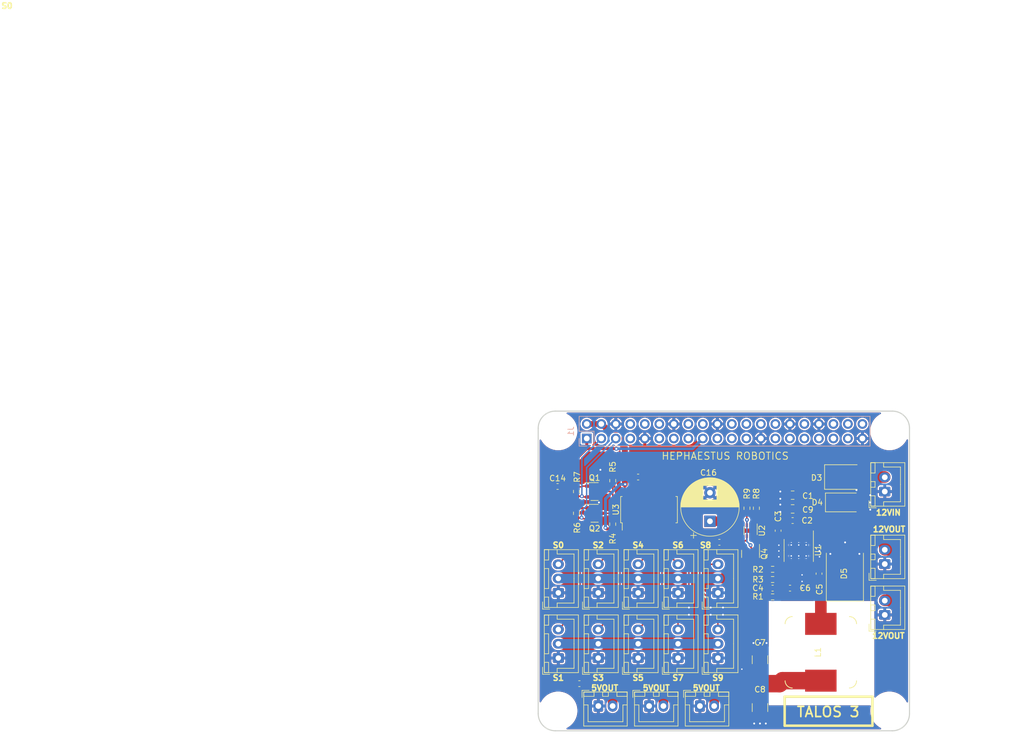
<source format=kicad_pcb>
(kicad_pcb (version 20211014) (generator pcbnew)
  (layers (0 "F.Cu" signal) (31 "B.Cu" signal) (34 "B.Paste" user) (35 "F.Paste" user) (36 "B.SilkS" user "B.Silkscreen") (37 "F.SilkS" user "F.Silkscreen") (38 "B.Mask" user) (39 "F.Mask" user) (44 "Edge.Cuts" user))
  (net 0 "")
  (net 1 "Net-(R2-Pad2)")
  (net 2 "GNDD")
  (net 3 "Net-(C4-Pad1)")
  (net 4 "Net-(C5-Pad2)")
  (net 5 "Net-(C3-Pad1)")
  (net 6 "Net-(C4-Pad2)")
  (net 7 "Net-(C5-Pad1)")
  (net 8 "+12V")
  (net 9 "+12P")
  (net 10 "+3.3V")
  (net 11 "5VPi")
  (net 45 "PWM1")
  (net 46 "PWM0")
  (net 47 "PWM2")
  (net 48 "PWM6")
  (net 49 "PWM3")
  (net 50 "PWM4")
  (net 51 "PWM5")
  (net 52 "PWM7")
  (net 53 "PWM8")
  (net 54 "PWM9")
  (net 55 "LV_SDA")
  (net 56 "LV_SCL")
  (net 57 "SCL")
  (net 58 "SDA")
  (net 59 "SERVO")
  (net 60 "+5V")
  (net 61 "Net-(Q4-Pad1)")
  (net 62 "Net-(R8-Pad2)")
  (footprint "Diode_SMD:D_SMC" (layer "F.Cu") (at 146.685 99.476942 90)
    (fp_text reference "D5")
    (fp_text value "CDBC540-G")
  )
  (footprint "Resistor_SMD:R_0603_1608Metric" (layer "F.Cu") (at 134.035081 98.714942)
    (fp_text reference "R2")
    (fp_text value "1k87 1%")
  )
  (footprint "Resistor_SMD:R_0603_1608Metric" (layer "F.Cu") (at 134.035081 100.492942)
    (fp_text reference "R3")
    (fp_text value "10k2/1%")
  )
  (footprint "Capacitor_SMD:C_0603_1608Metric" (layer "F.Cu") (at 134.035081 102.016942)
    (fp_text reference "C4")
    (fp_text value "1n")
  )
  (footprint "Capacitor_SMD:C_0603_1608Metric" (layer "F.Cu") (at 135.001 91.948 90)
    (fp_text reference "C3")
    (fp_text value "10n")
  )
  (footprint "Resistor_SMD:R_0603_1608Metric" (layer "F.Cu") (at 134.035081 103.540942 180)
    (fp_text reference "R1")
    (fp_text value "43k2")
  )
  (footprint "Capacitor_SMD:C_0603_1608Metric" (layer "F.Cu") (at 137.083081 102.016942 180)
    (fp_text reference "C6")
    (fp_text value "12p")
  )
  (footprint "Package_SO:HSOP-8-1EP_3.9x4.9mm_P1.27mm_EP2.41x3.1mm_ThermalVias" (layer "F.Cu") (at 138.607081 95.412942 -90)
    (fp_text reference "U1")
    (fp_text value "TPS54xxxDDA")
  )
  (footprint "Capacitor_SMD:C_0603_1608Metric" (layer "F.Cu") (at 137.541 90.17 180)
    (fp_text reference "C2")
    (fp_text value "100n")
  )
  (footprint "Capacitor_SMD:C_0603_1608Metric" (layer "F.Cu") (at 142.163081 99.476942 90)
    (fp_text reference "C5")
    (fp_text value "100n")
  )
  (footprint "Connector_JST:JST_XH_B2B-XH-A_1x02_P2.50mm_Vertical" (layer "F.Cu") (at 103.525 122.665)
    (fp_text reference "J5" hide)
    (fp_text value "Conn_01x02_Male")
  )
  (footprint "Connector_JST:JST_XH_B2B-XH-A_1x02_P2.50mm_Vertical" (layer "F.Cu") (at 112.415 122.665)
    (fp_text reference "J4" hide)
    (fp_text value "Conn_01x02_Male")
  )
  (footprint "MyKiCAD:DR127" (layer "F.Cu") (at 142.477942 113.25 -90)
    (fp_text reference "L1")
    (fp_text value "4.7uH")
  )
  (footprint "Capacitor_SMD:C_1210_3225Metric" (layer "F.Cu") (at 131.826 122.936 90)
    (fp_text reference "C8")
    (fp_text value "47uF 6.3V")
  )
  (footprint "Capacitor_SMD:C_1210_3225Metric" (layer "F.Cu") (at 131.826 114.554 -90)
    (fp_text reference "C7")
    (fp_text value "47uF 6.3V")
  )
  (footprint "Capacitor_SMD:C_0603_1608Metric" (layer "F.Cu") (at 100.203 118.745 180)
    (fp_text reference "C10" hide)
    (fp_text value "100n")
  )
  (footprint "Capacitor_SMD:C_0805_2012Metric" (layer "F.Cu") (at 137.541 88.138 180)
    (fp_text reference "C9")
    (fp_text value "10uF/25V")
  )
  (footprint "Diode_SMD:D_SMA" (layer "F.Cu") (at 146.685 86.995)
    (fp_text reference "D4")
    (fp_text value "TPSMA6L16A")
  )
  (footprint "Diode_SMD:D_SMB" (layer "F.Cu") (at 146.685 82.55)
    (fp_text reference "D3")
    (fp_text value "S3JB")
  )
  (footprint "Capacitor_SMD:C_0805_2012Metric" (layer "F.Cu") (at 137.541 85.725 180)
    (fp_text reference "C1")
    (fp_text value "10uF/25V")
  )
  (footprint "MyKiCAD:Raspberry Pi Stackable" (layer "F.Cu") (at 135.4946 98.9948)
    (fp_text reference "REF**" hide)
    (fp_text value "Raspberry Pi Stackable")
  )
  (footprint "Connector_JST:JST_XH_B3B-XH-A_1x03_P2.50mm_Vertical" (layer "F.Cu") (at 96.52 102.83 90)
    (fp_text reference "J3" hide)
    (fp_text value "Conn_01x03_Male")
  )
  (footprint "Capacitor_SMD:C_0603_1608Metric" (layer "F.Cu") (at 110.49 82.55)
    (fp_text reference "C12" hide)
    (fp_text value "100n")
  )
  (footprint "Resistor_SMD:R_0603_1608Metric" (layer "F.Cu") (at 129.54 88.011 -90)
    (fp_text reference "R9")
    (fp_text value "47k")
  )
  (footprint "Package_SO:TSSOP-28_4.4x9.7mm_P0.65mm" (layer "F.Cu") (at 112.395 88.265 90)
    (fp_text reference "U3")
    (fp_text value "PCA9685PW")
  )
  (footprint "Resistor_SMD:R_0603_1608Metric" (layer "F.Cu") (at 99.695 88.9 90)
    (fp_text reference "R6")
    (fp_text value "10K")
  )
  (footprint "Connector_JST:JST_XH_B3B-XH-A_1x03_P2.50mm_Vertical" (layer "F.Cu") (at 124.46 114.26 90)
    (fp_text reference "J13" hide)
    (fp_text value "Conn_01x03_Male")
  )
  (footprint "Connector_JST:JST_XH_B2B-XH-A_1x02_P2.50mm_Vertical" (layer "F.Cu") (at 153.67 106.7 90)
    (fp_text reference "J15" hide)
    (fp_text value "Conn_01x02_Male")
  )
  (footprint "Resistor_SMD:R_0603_1608Metric" (layer "F.Cu") (at 106.045 83.185 90)
    (fp_text reference "R5")
    (fp_text value "10K")
  )
  (footprint "Capacitor_THT:CP_Radial_D10.0mm_P5.00mm" (layer "F.Cu") (at 123.063 90.297 90)
    (fp_text reference "C16")
    (fp_text value "330uF")
  )
  (footprint "Connector_JST:JST_XH_B3B-XH-A_1x03_P2.50mm_Vertical" (layer "F.Cu") (at 103.505 114.26 90)
    (fp_text reference "J8" hide)
    (fp_text value "Conn_01x03_Male")
  )
  (footprint "Connector_JST:JST_XH_B3B-XH-A_1x03_P2.50mm_Vertical" (layer "F.Cu") (at 96.52 114.26 90)
    (fp_text reference "J2" hide)
    (fp_text value "Conn_01x03_Male")
  )
  (footprint "Package_TO_SOT_SMD:SOT-23" (layer "F.Cu") (at 130.175 96.012 -90)
    (fp_text reference "Q4")
    (fp_text value "AO3407")
  )
  (footprint "Package_TO_SOT_SMD:SOT-23" (layer "F.Cu") (at 102.87 88.9)
    (fp_text reference "Q2")
    (fp_text value "Si2306")
  )
  (footprint "Connector_JST:JST_XH_B3B-XH-A_1x03_P2.50mm_Vertical" (layer "F.Cu") (at 117.475 102.83 90)
    (fp_text reference "J7" hide)
    (fp_text value "Conn_01x03_Male")
  )
  (footprint "Capacitor_SMD:C_0603_1608Metric" (layer "F.Cu") (at 96.393 84.201)
    (fp_text reference "C14")
    (fp_text value "100n")
  )
  (footprint "Connector_JST:JST_XH_B2B-XH-A_1x02_P2.50mm_Vertical" (layer "F.Cu") (at 153.67 85.09 90)
    (fp_text reference "J14" hide)
    (fp_text value "Conn_01x02_Male")
  )
  (footprint "Package_TO_SOT_SMD:SOT-23" (layer "F.Cu") (at 102.87 85.09)
    (fp_text reference "Q1")
    (fp_text value "SI2306")
  )
  (footprint "Resistor_SMD:R_0603_1608Metric" (layer "F.Cu") (at 106.045 90.805 -90)
    (fp_text reference "R4")
    (fp_text value "10K")
  )
  (footprint "Connector_JST:JST_XH_B2B-XH-A_1x02_P2.50mm_Vertical" (layer "F.Cu") (at 153.67 97.79 90)
    (fp_text reference "J16" hide)
    (fp_text value "Conn_01x02_Male")
  )
  (footprint "Connector_JST:JST_XH_B2B-XH-A_1x02_P2.50mm_Vertical" (layer "F.Cu") (at 121.305 122.665)
    (fp_text reference "J17" hide)
    (fp_text value "Conn_01x02_Male")
  )
  (footprint "Package_TO_SOT_SMD:SOT-363_SC-70-6" (layer "F.Cu") (at 130.175 91.948 -90)
    (fp_text reference "U2")
    (fp_text value "DMMT3906W-7-F")
  )
  (footprint "Resistor_SMD:R_0603_1608Metric" (layer "F.Cu") (at 131.191 88.011 -90)
    (fp_text reference "R8")
    (fp_text value "10K")
  )
  (footprint "Connector_JST:JST_XH_B3B-XH-A_1x03_P2.50mm_Vertical" (layer "F.Cu") (at 124.46 102.83 90)
    (fp_text reference "J12" hide)
    (fp_text value "Conn_01x03_Male")
  )
  (footprint "Resistor_SMD:R_0603_1608Metric" (layer "F.Cu") (at 99.695 85.09 90)
    (fp_text reference "R7")
    (fp_text value "10K")
  )
  (footprint "Connector_JST:JST_XH_B3B-XH-A_1x03_P2.50mm_Vertical" (layer "F.Cu") (at 117.475 114.26 90)
    (fp_text reference "J11" hide)
    (fp_text value "Conn_01x03_Male")
  )
  (footprint "Connector_JST:JST_XH_B3B-XH-A_1x03_P2.50mm_Vertical" (layer "F.Cu") (at 110.49 102.83 90)
    (fp_text reference "J9" hide)
    (fp_text value "Conn_01x03_Male")
  )
  (footprint "Connector_JST:JST_XH_B3B-XH-A_1x03_P2.50mm_Vertical" (layer "F.Cu") (at 103.505 102.83 90)
    (fp_text reference "J6" hide)
    (fp_text value "Conn_01x03_Male")
  )
  (footprint "Connector_JST:JST_XH_B3B-XH-A_1x03_P2.50mm_Vertical" (layer "F.Cu") (at 110.49 114.26 90)
    (fp_text reference "J10" hide)
    (fp_text value "Conn_01x03_Male")
  )
  (footprint "Capacitor_SMD:C_0603_1608Metric" (layer "F.Cu") (at 124.714 93.98)
    (fp_text reference "C15" hide)
    (fp_text value "100n")
  )
  (footprint "Connector_PinSocket_2.54mm:PinSocket_2x20_P2.54mm_Vertical" (layer "B.Cu") (at 101.4984 75.7936 -90)
    (fp_text reference "J1")
    (fp_text value "Raspberry_Pi_2_3")
  )
  (gr_line (start 136.144 121.031) (end 151.511 121.031) (layer "F.SilkS") (width 0.45))
  (gr_line (start 151.511 121.031) (end 151.511 126.111) (layer "F.SilkS") (width 0.45))
  (gr_line (start 136.017 124.079) (end 136.144 124.5) (layer "F.SilkS") (width 0.15))
  (gr_line (start 136.144 126.111) (end 136.144 121.031) (layer "F.SilkS") (width 0.45))
  (gr_line (start 151.511 126.111) (end 136.144 126.111) (layer "F.SilkS") (width 0.45))
  (gr_line locked (start 96 71) (end 155 71) (layer "Edge.Cuts") (width 0.2))
  (gr_line locked (start 93 74) (end 93 124) (layer "Edge.Cuts") (width 0.2))
  (gr_line locked (start 158 74) (end 158 124) (layer "Edge.Cuts") (width 0.2))
  (gr_arc locked (start 96 127) (mid 93.87868 126.12132) (end 93 124) (layer "Edge.Cuts") (width 0.2))
  (gr_line locked (start 96 127) (end 155 127) (layer "Edge.Cuts") (width 0.2))
  (gr_arc locked (start 93 74) (mid 93.87868 71.87868) (end 96 71) (layer "Edge.Cuts") (width 0.2))
  (gr_arc locked (start 155 71) (mid 157.12132 71.87868) (end 158 74) (layer "Edge.Cuts") (width 0.2))
  (gr_arc locked (start 158 124) (mid 157.12132 126.12132) (end 155 127) (layer "Edge.Cuts") (width 0.2))
  (gr_text "5VOUT" (at 104.648 119.507) (layer "F.SilkS") (effects (font (size 1 1) (thickness 0.25))))
  (gr_text "S0" (at 0 0) (layer "F.SilkS") (effects (font (size 1 1) (thickness 0.25))))
  (gr_text "HEPHAESTUS ROBOTICS" (at 125.73 78.867) (layer "F.SilkS") (effects (font (size 1.27 1.27))))
  (gr_text "TALOS 3\n" (at 143.764 123.698) (layer "F.SilkS") (effects (font (size 1.7794 1.7794) (thickness 0.3))))
  (gr_text "S9" (at 124.46 117.729) (layer "F.SilkS") (effects (font (size 1 1) (thickness 0.25))))
  (gr_text "S3" (at 103.505 117.729) (layer "F.SilkS") (effects (font (size 1 1) (thickness 0.25))))
  (gr_text "12VOUT" (at 154.305 110.363) (layer "F.SilkS") (effects (font (size 1 1) (thickness 0.25))))
  (gr_text "S6" (at 117.475 94.488) (layer "F.SilkS") (effects (font (size 1 1) (thickness 0.25))))
  (gr_text "S0" (at 96.52 94.488) (layer "F.SilkS") (effects (font (size 1 1) (thickness 0.25))))
  (gr_text "S8" (at 122.301 94.488) (layer "F.SilkS") (effects (font (size 1 1) (thickness 0.25))))
  (gr_text "12VOUT" (at 154.432 91.694) (layer "F.SilkS") (effects (font (size 1 1) (thickness 0.25))))
  (gr_text "S5" (at 110.49 117.729) (layer "F.SilkS") (effects (font (size 1 1) (thickness 0.25))))
  (gr_text "S7" (at 117.475 117.729) (layer "F.SilkS") (effects (font (size 1 1) (thickness 0.25))))
  (gr_text "12VIN" (at 154.305 88.773) (layer "F.SilkS") (effects (font (size 1 1) (thickness 0.25))))
  (gr_text "5VOUT" (at 122.428 119.507) (layer "F.SilkS") (effects (font (size 1 1) (thickness 0.25))))
  (gr_text "S2" (at 103.505 94.488) (layer "F.SilkS") (effects (font (size 1 1) (thickness 0.25))))
  (gr_text "5VOUT" (at 113.665 119.507) (layer "F.SilkS") (effects (font (size 1 1) (thickness 0.25))))
  (gr_text "S1" (at 96.52 117.729) (layer "F.SilkS") (effects (font (size 1 1) (thickness 0.25))))
  (gr_text "S4" (at 110.49 94.488) (layer "F.SilkS") (effects (font (size 1 1) (thickness 0.25))))
  (segment (start 136.321081 100.492942) (end 134.797081 100.492942) (width 0.254) (layer "F.Cu") (net 1))
  (segment (start 136.702081 100.111942) (end 136.321081 100.492942) (width 0.254) (layer "F.Cu") (net 1))
  (segment (start 136.702081 98.287942) (end 136.702081 100.111942) (width 0.254) (layer "F.Cu") (net 1))
  (segment (start 135.432081 98.714942) (end 134.924081 98.714942) (width 0.254) (layer "F.Cu") (net 1))
  (segment (start 135.559081 98.841942) (end 135.432081 98.714942) (width 0.254) (layer "F.Cu") (net 1))
  (segment (start 135.559081 100.492942) (end 135.559081 98.841942) (width 0.254) (layer "F.Cu") (net 1))
  (segment (start 134.797081 100.492942) (end 135.559081 100.492942) (width 0.254) (layer "F.Cu") (net 1))
  (via (at 146.727942 94) (size 0.6858) (drill 0.3302) (layers "F.Cu" "B.Cu") (net 2))
  (via (at 144.145 96.012) (size 0.6858) (drill 0.3302) (layers "F.Cu" "B.Cu") (net 2))
  (via (at 142.24 95.504) (size 0.6858) (drill 0.3302) (layers "F.Cu" "B.Cu") (net 2))
  (via (at 139.192 101.981) (size 0.6858) (drill 0.254) (layers "F.Cu" "B.Cu") (net 2))
  (via (at 135.382 85.09) (size 0.6858) (drill 0.3302) (layers "F.Cu" "B.Cu") (net 2))
  (via (at 103.632 86.995) (size 0.6858) (drill 0.3302) (layers "F.Cu" "B.Cu") (net 2))
  (via (at 135.382 86.36) (size 0.6858) (drill 0.3302) (layers "F.Cu" "B.Cu") (net 2))
  (via (at 135.382 87.376) (size 0.6858) (drill 0.3302) (layers "F.Cu" "B.Cu") (net 2))
  (via (at 103.886 81.28) (size 0.6858) (drill 0.3302) (layers "F.Cu" "B.Cu") (net 2))
  (via (at 151.13 86.995) (size 0.6858) (drill 0.3302) (layers "F.Cu" "B.Cu") (net 2))
  (via (at 142.24 96.52) (size 0.6858) (drill 0.254) (layers "F.Cu" "B.Cu") (net 2))
  (via (at 125.349 106.68) (size 0.6858) (drill 0.3302) (layers "F.Cu" "B.Cu") (net 2))
  (via (at 151.13 88.265) (size 0.6858) (drill 0.3302) (layers "F.Cu" "B.Cu") (net 2))
  (via (at 151.13 85.725) (size 0.6858) (drill 0.3302) (layers "F.Cu" "B.Cu") (net 2))
  (via (at 130.683 111.633) (size 0.6858) (drill 0.3302) (layers "F.Cu" "B.Cu") (net 2))
  (via (at 139.192 99.695) (size 0.6858) (drill 0.254) (layers "F.Cu" "B.Cu") (net 2))
  (via (at 142.24 94.488) (size 0.6858) (drill 0.254) (layers "F.Cu" "B.Cu") (net 2))
  (via (at 135.382 88.646) (size 0.6858) (drill 0.3302) (layers "F.Cu" "B.Cu") (net 2))
  (via (at 149.225 96.012) (size 0.6858) (drill 0.3302) (layers "F.Cu" "B.Cu") (net 2))
  (via (at 128.651 116.205) (size 0.6858) (drill 0.254) (layers "F.Cu" "B.Cu") (net 2))
  (via (at 125.349 105.41) (size 0.6858) (drill 0.3302) (layers "F.Cu" "B.Cu") (net 2))
  (via (at 123.19 106.68) (size 0.6858) (drill 0.3302) (layers "F.Cu" "B.Cu") (net 2))
  (via (at 148.717 84.836) (size 0.6858) (drill 0.3302) (layers "F.Cu" "B.Cu") (net 2))
  (via (at 132.842 125.73) (size 0.6858) (drill 0.3302) (layers "F.Cu" "B.Cu") (net 2))
  (via (at 119.38 105.41) (size 0.6858) (drill 0.3302) (layers "F.Cu" "B.Cu") (net 2))
  (via (at 135.128 94.488) (size 0.6858) (drill 0.254) (layers "F.Cu" "B.Cu") (net 2))
  (via (at 135.128 96.52) (size 0.6858) (drill 0.254) (layers "F.Cu" "B.Cu") (net 2))
  (via (at 131.826 111.633) (size 0.6858) (drill 0.3302) (layers "F.Cu" "B.Cu") (net 2))
  (via (at 132.969 111.633) (size 0.6858) (drill 0.3302) (layers "F.Cu" "B.Cu") (net 2))
  (via (at 123.19 105.41) (size 0.6858) (drill 0.3302) (layers "F.Cu" "B.Cu") (net 2))
  (via (at 131.826 125.73) (size 0.6858) (drill 0.3302) (layers "F.Cu" "B.Cu") (net 2))
  (via (at 130.81 125.73) (size 0.6858) (drill 0.3302) (layers "F.Cu" "B.Cu") (net 2))
  (via (at 135.128 95.504) (size 0.6858) (drill 0.254) (layers "F.Cu" "B.Cu") (net 2))
  (via (at 139.192 100.838) (size 0.6858) (drill 0.254) (layers "F.Cu" "B.Cu") (net 2))
  (via (at 119.38 106.68) (size 0.6858) (drill 0.3302) (layers "F.Cu" "B.Cu") (net 2))
  (segment (start 133.285081 103.528942) (end 133.273081 103.540942) (width 0.254) (layer "F.Cu") (net 3))
  (segment (start 133.285081 102.016942) (end 133.285081 103.528942) (width 0.254) (layer "F.Cu") (net 3))
  (segment (start 140.512081 93.649081) (end 140.512081 92.762942) (width 0.254) (layer "F.Cu") (net 4))
  (segment (start 141.224 94.361) (end 140.512081 93.649081) (width 0.254) (layer "F.Cu") (net 4))
  (segment (start 142.163081 97.713081) (end 141.224 96.774) (width 0.254) (layer "F.Cu") (net 4))
  (segment (start 141.224 96.774) (end 141.224 94.361) (width 0.254) (layer "F.Cu") (net 4))
  (segment (start 142.163081 98.701942) (end 142.163081 97.713081) (width 0.254) (layer "F.Cu") (net 4))
  (segment (start 135.002942 92.75) (end 136.702081 92.762942) (width 0.254) (layer "F.Cu") (net 5))
  (segment (start 137.977942 99.8) (end 137.977942 98.3) (width 0.254) (layer "F.Cu") (net 6))
  (segment (start 137.677942 100.1) (end 137.977942 99.8) (width 0.254) (layer "F.Cu") (net 6))
  (segment (start 136.333081 101.444861) (end 137.677942 100.1) (width 0.254) (layer "F.Cu") (net 6))
  (segment (start 136.333081 101.496942) (end 136.333081 101.444861) (width 0.254) (layer "F.Cu") (net 6))
  (segment (start 136.333081 102.016942) (end 136.333081 101.496942) (width 0.254) (layer "F.Cu") (net 6))
  (segment (start 136.333081 102.016942) (end 134.797081 102.016942) (width 0.254) (layer "F.Cu") (net 6))
  (segment (start 142.163081 100.226942) (end 142.163081 102.270942) (width 0.508) (layer "F.Cu") (net 7))
  (segment (start 140.512081 101.127942) (end 141.528081 102.143942) (width 1.016) (layer "F.Cu") (net 7))
  (segment (start 140.512081 100.111942) (end 140.512081 101.127942) (width 1.016) (layer "F.Cu") (net 7))
  (segment (start 140.512081 98.287942) (end 140.512081 100.111942) (width 0.254) (layer "F.Cu") (net 7))
  (segment (start 146.685 102.87) (end 143.354884 102.876942) (width 2.032) (layer "F.Cu") (net 7))
  (segment (start 142.261081 102.876942) (end 141.528081 102.143942) (width 2.032) (layer "F.Cu") (net 7))
  (segment (start 142.477942 108.5) (end 142.477942 103.25) (width 2.032) (layer "F.Cu") (net 7))
  (segment (start 143.354884 102.876942) (end 142.261081 102.876942) (width 2.032) (layer "F.Cu") (net 7))
  (segment (start 148.835 82.55) (end 153.67 82.55) (width 2.032) (layer "F.Cu") (net 8))
  (segment (start 139.7 91.44) (end 139.7 90.17) (width 0.508) (layer "F.Cu") (net 9))
  (segment (start 138.303 90.17) (end 140.335 90.17) (width 0.508) (layer "F.Cu") (net 9))
  (segment (start 144.535 82.55) (end 142.24 82.55) (width 1.6764) (layer "F.Cu") (net 9))
  (segment (start 139.242081 92.762942) (end 139.242081 91.897919) (width 0.508) (layer "F.Cu") (net 9))
  (segment (start 154.98 95.29) (end 156.21 96.52) (width 2.032) (layer "F.Cu") (net 9))
  (segment (start 142.24 82.55) (end 144.145 82.55) (width 2.032) (layer "F.Cu") (net 9))
  (segment (start 156.21 96.52) (end 156.21 102.235) (width 2.032) (layer "F.Cu") (net 9))
  (segment (start 140.97 84.455) (end 140.97 89.535) (width 3.048) (layer "F.Cu") (net 9))
  (segment (start 156.21 102.235) (end 154.305 104.14) (width 2.032) (layer "F.Cu") (net 9))
  (segment (start 138.557 88.138) (end 141.097 88.138) (width 1.016) (layer "F.Cu") (net 9))
  (segment (start 153.67 91.44) (end 153.67 95.25) (width 2.032) (layer "F.Cu") (net 9))
  (segment (start 154.305 104.14) (end 153.67 104.14) (width 2.032) (layer "F.Cu") (net 9))
  (segment (start 152.4 90.17) (end 153.67 91.44) (width 2.032) (layer "F.Cu") (net 9))
  (segment (start 138.684 85.725) (end 140.97 85.725) (width 1.016) (layer "F.Cu") (net 9))
  (segment (start 142.24 82.55) (end 140.97 83.82) (width 2.032) (layer "F.Cu") (net 9))
  (segment (start 139.242081 91.897919) (end 139.7 91.44) (width 0.508) (layer "F.Cu") (net 9))
  (segment (start 153.67 95.29) (end 154.98 95.29) (width 2.032) (layer "F.Cu") (net 9))
  (segment (start 140.335 90.17) (end 152.4 90.17) (width 2.032) (layer "F.Cu") (net 9))
  (segment (start 144.685 86.995) (end 141.605 86.995) (width 1.6764) (layer "F.Cu") (net 9))
  (segment (start 101.4984 77.5716) (end 106.6546 77.5716) (width 0.508) (layer "F.Cu") (net 10))
  (segment (start 99.695 84.265) (end 100.647 84.265) (width 0.254) (layer "F.Cu") (net 10))
  (segment (start 98.87 88.075) (end 99.695 88.075) (width 0.508) (layer "F.Cu") (net 10))
  (segment (start 106.6546 77.5716) (end 106.68 77.597) (width 0.508) (layer "F.Cu") (net 10))
  (segment (start 98.425 87.63) (end 98.87 88.075) (width 0.508) (layer "F.Cu") (net 10))
  (segment (start 97.168 84.201) (end 98.425 84.201) (width 0.508) (layer "F.Cu") (net 10))
  (segment (start 99.695 84.265) (end 98.616 84.265) (width 0.508) (layer "F.Cu") (net 10))
  (segment (start 99.695 88.075) (end 100.647 88.075) (width 0.254) (layer "F.Cu") (net 10))
  (segment (start 100.647 88.075) (end 100.772 87.95) (width 0.254) (layer "F.Cu") (net 10))
  (segment (start 100.772 87.95) (end 101.9325 87.95) (width 0.254) (layer "F.Cu") (net 10))
  (segment (start 101.4984 77.5716) (end 98.425 80.645) (width 0.508) (layer "F.Cu") (net 10))
  (segment (start 100.772 84.14) (end 100.711 84.201) (width 0.254) (layer "F.Cu") (net 10))
  (segment (start 98.616 84.265) (end 98.425 84.074) (width 0.508) (layer "F.Cu") (net 10))
  (segment (start 101.9325 84.14) (end 100.772 84.14) (width 0.254) (layer "F.Cu") (net 10))
  (segment (start 98.425 80.645) (end 98.425 87.63) (width 0.508) (layer "F.Cu") (net 10))
  (segment (start 101.4984 75.7936) (end 101.4984 77.5716) (width 0.508) (layer "F.Cu") (net 10))
  (via (at 106.68 77.597) (size 0.6858) (drill 0.3302) (layers "F.Cu" "B.Cu") (net 10))
  (segment (start 106.68 77.597) (end 120.015 77.597) (width 0.508) (layer "B.Cu") (net 10))
  (segment (start 120.015 77.597) (end 121.92 75.692) (width 0.508) (layer "B.Cu") (net 10))
  (segment (start 104.965 91.63) (end 104.775 91.44) (width 0.508) (layer "F.Cu") (net 11))
  (segment (start 106.045 81.28) (end 106.68 80.645) (width 0.508) (layer "F.Cu") (net 11))
  (segment (start 107.188 74.549) (end 107.823 75.184) (width 0.4572) (layer "F.Cu") (net 11))
  (segment (start 108.17 83.82) (end 108.17 77.436) (width 1.016) (layer "F.Cu") (net 11))
  (segment (start 106.045 82.36) (end 106.045 81.28) (width 0.508) (layer "F.Cu") (net 11))
  (segment (start 108.17 85.4025) (end 108.17 83.82) (width 0.254) (layer "F.Cu") (net 11))
  (segment (start 101.4984 73.2536) (end 103.9114 73.2536) (width 1.016) (layer "F.Cu") (net 11))
  (segment (start 109.715 82.55) (end 108.204 82.55) (width 0.508) (layer "F.Cu") (net 11))
  (segment (start 106.68 80.645) (end 107.95 80.645) (width 0.508) (layer "F.Cu") (net 11))
  (segment (start 108.17 77.436) (end 107.823 77.089) (width 1.016) (layer "F.Cu") (net 11))
  (segment (start 107.823 75.184) (end 107.823 77.089) (width 0.4572) (layer "F.Cu") (net 11))
  (segment (start 104.1146 73.2536) (end 105.41 74.549) (width 1.016) (layer "F.Cu") (net 11))
  (segment (start 105.41 74.549) (end 107.188 74.549) (width 0.4572) (layer "F.Cu") (net 11))
  (segment (start 106.045 91.63) (end 104.965 91.63) (width 0.508) (layer "F.Cu") (net 11))
  (via (at 108.204 83.82) (size 0.6858) (drill 0.3302) (layers "F.Cu" "B.Cu") (net 11))
  (via (at 104.775 91.44) (size 0.6858) (drill 0.3302) (layers "F.Cu" "B.Cu") (net 11))
  (segment (start 107.315 83.82) (end 108.204 83.82) (width 0.508) (layer "B.Cu") (net 11))
  (segment (start 104.775 91.44) (end 104.775 86.36) (width 0.508) (layer "B.Cu") (net 11))
  (segment (start 104.775 86.36) (end 107.315 83.82) (width 0.508) (layer "B.Cu") (net 11))
  (segment (start 100.33 105.41) (end 96.52 109.22) (width 0.254) (layer "F.Cu") (net 45))
  (segment (start 112.07 92.4) (end 111.125 93.345) (width 0.254) (layer "F.Cu") (net 45))
  (segment (start 104.14 93.345) (end 100.33 97.155) (width 0.254) (layer "F.Cu") (net 45))
  (segment (start 111.125 93.345) (end 104.14 93.345) (width 0.254) (layer "F.Cu") (net 45))
  (segment (start 100.33 97.155) (end 100.33 105.41) (width 0.254) (layer "F.Cu") (net 45))
  (segment (start 112.07 91.1275) (end 112.07 92.4) (width 0.254) (layer "F.Cu") (net 45))
  (segment (start 111.42 91.1275) (end 111.42 92.12) (width 0.254) (layer "F.Cu") (net 46))
  (segment (start 101.6 92.71) (end 96.52 97.79) (width 0.254) (layer "F.Cu") (net 46))
  (segment (start 111.42 92.12) (end 110.83 92.71) (width 0.254) (layer "F.Cu") (net 46))
  (segment (start 110.83 92.71) (end 101.6 92.71) (width 0.254) (layer "F.Cu") (net 46))
  (segment (start 112.72 93.02) (end 111.76 93.98) (width 0.254) (layer "F.Cu") (net 47))
  (segment (start 112.72 91.1275) (end 112.72 93.02) (width 0.254) (layer "F.Cu") (net 47))
  (segment (start 107.315 93.98) (end 103.505 97.79) (width 0.254) (layer "F.Cu") (net 47))
  (segment (start 111.76 93.98) (end 107.315 93.98) (width 0.254) (layer "F.Cu") (net 47))
  (segment (start 115.32 91.1275) (end 115.32 95.635) (width 0.254) (layer "F.Cu") (net 48))
  (segment (start 115.32 95.635) (end 117.475 97.79) (width 0.254) (layer "F.Cu") (net 48))
  (segment (start 109.855 94.615) (end 107.315 97.155) (width 0.254) (layer "F.Cu") (net 49))
  (segment (start 113.37 91.1275) (end 113.37 93.64) (width 0.254) (layer "F.Cu") (net 49))
  (segment (start 107.315 97.155) (end 107.315 105.41) (width 0.254) (layer "F.Cu") (net 49))
  (segment (start 112.395 94.615) (end 109.855 94.615) (width 0.254) (layer "F.Cu") (net 49))
  (segment (start 113.37 93.64) (end 112.395 94.615) (width 0.254) (layer "F.Cu") (net 49))
  (segment (start 107.315 105.41) (end 103.505 109.22) (width 0.254) (layer "F.Cu") (net 49))
  (segment (start 114.02 91.1275) (end 114.02 94.26) (width 0.254) (layer "F.Cu") (net 50))
  (segment (start 114.02 94.26) (end 110.49 97.79) (width 0.254) (layer "F.Cu") (net 50))
  (segment (start 114.67 91.1275) (end 114.67 105.04) (width 0.254) (layer "F.Cu") (net 51))
  (segment (start 114.67 105.04) (end 110.49 109.22) (width 0.254) (layer "F.Cu") (net 51))
  (segment (start 117.475 105.41) (end 117.475 109.22) (width 0.254) (layer "F.Cu") (net 52))
  (segment (start 115.97 93.745) (end 119.38 97.155) (width 0.254) (layer "F.Cu") (net 52))
  (segment (start 119.38 103.505) (end 117.475 105.41) (width 0.254) (layer "F.Cu") (net 52))
  (segment (start 119.38 97.155) (end 119.38 103.505) (width 0.254) (layer "F.Cu") (net 52))
  (segment (start 115.97 91.1275) (end 115.97 93.745) (width 0.254) (layer "F.Cu") (net 52))
  (segment (start 122.595 97.83) (end 118.745 93.98) (width 0.254) (layer "F.Cu") (net 53))
  (segment (start 116.62 87.41) (end 116.62 85.4025) (width 0.254) (layer "F.Cu") (net 53))
  (segment (start 118.745 93.98) (end 118.745 89.535) (width 0.254) (layer "F.Cu") (net 53))
  (segment (start 118.745 89.535) (end 116.62 87.41) (width 0.254) (layer "F.Cu") (net 53))
  (segment (start 124.46 97.83) (end 122.595 97.83) (width 0.254) (layer "F.Cu") (net 53))
  (segment (start 118.11 90.17) (end 118.11 94.615) (width 0.254) (layer "F.Cu") (net 54))
  (segment (start 121.285 97.79) (end 121.285 102.235) (width 0.254) (layer "F.Cu") (net 54))
  (segment (start 124.46 105.41) (end 124.46 109.22) (width 0.254) (layer "F.Cu") (net 54))
  (segment (start 121.285 102.235) (end 124.46 105.41) (width 0.254) (layer "F.Cu") (net 54))
  (segment (start 115.97 88.03) (end 118.11 90.17) (width 0.254) (layer "F.Cu") (net 54))
  (segment (start 115.97 85.4025) (end 115.97 88.03) (width 0.254) (layer "F.Cu") (net 54))
  (segment (start 118.11 94.615) (end 121.285 97.79) (width 0.254) (layer "F.Cu") (net 54))
  (segment (start 100.6475 85.9155) (end 100.772 86.04) (width 0.254) (layer "F.Cu") (net 55))
  (segment (start 100.647 85.915) (end 100.6475 85.9155) (width 0.254) (layer "F.Cu") (net 55))
  (segment (start 100.772 86.04) (end 101.9325 86.04) (width 0.254) (layer "F.Cu") (net 55))
  (segment (start 99.695 85.915) (end 100.647 85.915) (width 0.254) (layer "F.Cu") (net 55))
  (via (at 100.6475 85.9155) (size 0.6858) (drill 0.3302) (layers "F.Cu" "B.Cu") (net 55))
  (segment (start 100.6475 85.9155) (end 100.6475 79.1845) (width 0.254) (layer "B.Cu") (net 55))
  (segment (start 100.6475 79.1845) (end 104.013 75.819) (width 0.254) (layer "B.Cu") (net 55))
  (segment (start 101.9325 89.85) (end 100.772 89.85) (width 0.254) (layer "F.Cu") (net 56))
  (segment (start 100.772 89.85) (end 100.6475 89.7255) (width 0.254) (layer "F.Cu") (net 56))
  (segment (start 100.647 89.725) (end 99.695 89.725) (width 0.254) (layer "F.Cu") (net 56))
  (via (at 100.584 89.662) (size 0.6858) (drill 0.3302) (layers "F.Cu" "B.Cu") (net 56))
  (segment (start 101.473 80.899) (end 101.473 87.63) (width 0.254) (layer "B.Cu") (net 56))
  (segment (start 101.473 87.63) (end 100.584 88.519) (width 0.254) (layer "B.Cu") (net 56))
  (segment (start 106.5784 75.7936) (end 101.473 80.899) (width 0.254) (layer "B.Cu") (net 56))
  (segment (start 100.584 88.519) (end 100.584 89.662) (width 0.254) (layer "B.Cu") (net 56))
  (segment (start 106.045 88.9) (end 106.045 90.17) (width 0.254) (layer "F.Cu") (net 57))
  (segment (start 109.47 85.4025) (end 109.47 87.38) (width 0.254) (layer "F.Cu") (net 57))
  (segment (start 109.47 87.38) (end 107.95 88.9) (width 0.254) (layer "F.Cu") (net 57))
  (segment (start 103.8075 88.9) (end 106.045 88.9) (width 0.254) (layer "F.Cu") (net 57))
  (segment (start 107.95 88.9) (end 106.045 88.9) (width 0.254) (layer "F.Cu") (net 57))
  (segment (start 103.8075 85.09) (end 106.045 85.09) (width 0.254) (layer "F.Cu") (net 58))
  (segment (start 106.68 86.995) (end 106.045 86.36) (width 0.254) (layer "F.Cu") (net 58))
  (segment (start 108.82 86.76) (end 108.585 86.995) (width 0.254) (layer "F.Cu") (net 58))
  (segment (start 106.045 86.36) (end 106.045 83.82) (width 0.254) (layer "F.Cu") (net 58))
  (segment (start 108.82 85.4025) (end 108.82 86.76) (width 0.254) (layer "F.Cu") (net 58))
  (segment (start 108.585 86.995) (end 106.68 86.995) (width 0.254) (layer "F.Cu") (net 58))
  (segment (start 124.968 90.297) (end 123.063 90.297) (width 1.6764) (layer "F.Cu") (net 59))
  (segment (start 127.3556 95.0976) (end 128.1176 95.0976) (width 1.6764) (layer "F.Cu") (net 59))
  (segment (start 128.1176 95.0976) (end 128.143 95.123) (width 1.6764) (layer "F.Cu") (net 59))
  (segment (start 124.46 100.33) (end 125.349 100.33) (width 1.6764) (layer "F.Cu") (net 59))
  (segment (start 129.225 95.0745) (end 128.1915 95.0745) (width 0.254) (layer "F.Cu") (net 59))
  (segment (start 129.525 93.487) (end 129.286 93.726) (width 0.254) (layer "F.Cu") (net 59))
  (segment (start 127.127 92.456) (end 124.968 90.297) (width 1.6764) (layer "F.Cu") (net 59))
  (segment (start 125.489 93.98) (end 127 93.98) (width 0.508) (layer "F.Cu") (net 59))
  (segment (start 127.127 98.552) (end 127.127 92.456) (width 1.6764) (layer "F.Cu") (net 59))
  (segment (start 125.349 100.33) (end 127.127 98.552) (width 1.6764) (layer "F.Cu") (net 59))
  (segment (start 128.1915 95.0745) (end 128.143 95.123) (width 0.254) (layer "F.Cu") (net 59))
  (segment (start 129.286 93.726) (end 127 93.726) (width 0.254) (layer "F.Cu") (net 59))
  (segment (start 127.3787 95.0745) (end 127.3556 95.0976) (width 0.508) (layer "F.Cu") (net 59))
  (segment (start 129.525 92.898) (end 129.525 93.487) (width 0.254) (layer "F.Cu") (net 59))
  (segment (start 121.285 111.76) (end 121.285 100.33) (width 1.6764) (layer "B.Cu") (net 59))
  (segment (start 121.285 111.76) (end 124.46 111.76) (width 1.6764) (layer "B.Cu") (net 59))
  (segment (start 96.52 111.76) (end 121.285 111.76) (width 1.6764) (layer "B.Cu") (net 59))
  (segment (start 96.52 100.33) (end 124.46 100.33) (width 1.6764) (layer "B.Cu") (net 59))
  (segment (start 130.175 93.472) (end 130.429 93.726) (width 0.254) (layer "F.Cu") (net 60))
  (segment (start 107.97 118.765) (end 107.95 118.745) (width 3.048) (layer "F.Cu") (net 60))
  (segment (start 127 118.745) (end 127 101.346) (width 1.6764) (layer "F.Cu") (net 60))
  (segment (start 135.255 118.745) (end 127 118.745) (width 3.048) (layer "F.Cu") (net 60))
  (segment (start 130.175 98.679) (end 130.175 96.901) (width 0.508) (layer "F.Cu") (net 60))
  (segment (start 131.826 121.461) (end 131.826 116.205) (width 1.016) (layer "F.Cu") (net 60))
  (segment (start 106.68 118.745) (end 107.95 118.745) (width 1.6764) (layer "F.Cu") (net 60))
  (segment (start 130.175 92.898) (end 130.175 93.472) (width 0.254) (layer "F.Cu") (net 60))
  (segment (start 142.477942 118.225) (end 135.775 118.225) (width 3.048) (layer "F.Cu") (net 60))
  (segment (start 106.025 118.765) (end 106.045 118.745) (width 1.6764) (layer "F.Cu") (net 60))
  (segment (start 133.285081 100.492942) (end 132.485 100.492942) (width 0.254) (layer "F.Cu") (net 60))
  (segment (start 131.318 93.726) (end 131.953 94.361) (width 0.254) (layer "F.Cu") (net 60))
  (segment (start 130.429 93.726) (end 131.318 93.726) (width 0.254) (layer "F.Cu") (net 60))
  (segment (start 123.805 122.665) (end 123.805 118.765) (width 1.6764) (layer "F.Cu") (net 60))
  (segment (start 127 101.346) (end 129.667 98.679) (width 1.6764) (layer "F.Cu") (net 60))
  (segment (start 132.298058 100.492942) (end 129.794 102.997) (width 0.508) (layer "F.Cu") (net 60))
  (segment (start 114.915 122.665) (end 114.915 118.765) (width 1.6764) (layer "F.Cu") (net 60))
  (segment (start 131.953 96.901) (end 130.175 98.679) (width 0.254) (layer "F.Cu") (net 60))
  (segment (start 127 118.745) (end 123.825 118.745) (width 3.048) (layer "F.Cu") (net 60))
  (segment (start 129.794 102.997) (end 129.794 118.745) (width 0.508) (layer "F.Cu") (net 60))
  (segment (start 123.825 118.745) (end 114.935 118.745) (width 3.048) (layer "F.Cu") (net 60))
  (segment (start 114.915 118.765) (end 107.97 118.765) (width 3.048) (layer "F.Cu") (net 60))
  (segment (start 129.667 98.679) (end 130.175 98.679) (width 1.6764) (layer "F.Cu") (net 60))
  (segment (start 131.953 94.361) (end 131.953 96.901) (width 0.254) (layer "F.Cu") (net 60))
  (segment (start 106.045 118.745) (end 106.68 118.745) (width 1.6764) (layer "F.Cu") (net 60))
  (segment (start 106.025 122.665) (end 106.025 118.765) (width 1.6764) (layer "F.Cu") (net 60))
  (segment (start 133.210081 100.492942) (end 132.298058 100.492942) (width 0.508) (layer "F.Cu") (net 60))
  (segment (start 106.045 118.745) (end 102.616 118.745) (width 1.6764) (layer "F.Cu") (net 60))
  (segment (start 123.805 118.765) (end 123.825 118.745) (width 1.6764) (layer "F.Cu") (net 60))
  (segment (start 100.978 118.745) (end 102.616 118.745) (width 0.508) (layer "F.Cu") (net 60))
  (segment (start 135.775 118.225) (end 135.255 118.745) (width 3.048) (layer "F.Cu") (net 60))
  (segment (start 129.525 90.998) (end 129.525 90.058) (width 0.254) (layer "F.Cu") (net 61))
  (segment (start 130.175 94.8205) (end 130.175 94.488) (width 0.254) (layer "F.Cu") (net 61))
  (segment (start 129.525 90.058) (end 129.525 88.915) (width 0.254) (layer "F.Cu") (net 61))
  (segment (start 130.429 95.0745) (end 130.175 94.8205) (width 0.254) (layer "F.Cu") (net 61))
  (segment (start 131.125 95.0745) (end 130.429 95.0745) (width 0.254) (layer "F.Cu") (net 61))
  (segment (start 129.525 88.915) (end 129.54 88.9) (width 0.254) (layer "F.Cu") (net 61))
  (via (at 129.54 90.043) (size 0.6858) (drill 0.254) (layers "F.Cu" "B.Cu") (net 61))
  (via (at 130.175 94.488) (size 0.6858) (drill 0.254) (layers "F.Cu" "B.Cu") (net 61))
  (segment (start 129.54 93.853) (end 129.54 90.043) (width 0.254) (layer "B.Cu") (net 61))
  (segment (start 130.175 94.488) (end 129.54 93.853) (width 0.254) (layer "B.Cu") (net 61))
  (segment (start 130.81 90.17) (end 131.191 89.789) (width 0.254) (layer "F.Cu") (net 62))
  (segment (start 130.825 91.074) (end 130.81 91.059) (width 0.254) (layer "F.Cu") (net 62))
  (segment (start 131.191 89.789) (end 131.191 88.9) (width 0.254) (layer "F.Cu") (net 62))
  (segment (start 130.429 90.17) (end 130.81 90.17) (width 0.254) (layer "F.Cu") (net 62))
  (segment (start 130.175 90.998) (end 130.175 90.424) (width 0.254) (layer "F.Cu") (net 62))
  (segment (start 130.81 90.17) (end 130.81 91.059) (width 0.254) (layer "F.Cu") (net 62))
  (segment (start 130.175 90.424) (end 130.429 90.17) (width 0.254) (layer "F.Cu") (net 62))
  (segment (start 130.825 92.898) (end 130.825 91.074) (width 0.254) (layer "F.Cu") (net 62))
  (zone (net 0) (net_name "") (layers F&B.Cu) (connect_pads (clearance 0)) (min_thickness 0.254)
    (keepout (tracks allowed) (vias allowed) (pads allowed) (copperpour not_allowed) (footprints allowed))
    (fill (thermal_gap 0.508) (thermal_bridge_width 0.508))
    (polygon (pts (xy 151.85 104.25) (xy 151.85 122.555) (xy 133.35 122.555) (xy 133.35 104.25)))
  )
  (zone locked (net 2) (net_name "GNDD") (layer "F.Cu") (connect_pads (clearance 0.254)) (min_thickness 0.254) (fill yes (thermal_gap 0.254) (thermal_bridge_width 0.508))
    (polygon (pts (xy 93 71) (xy 158 71) (xy 158 127) (xy 93 127)))
  )
  (zone locked (net 2) (net_name "GNDD") (layer "B.Cu") (connect_pads (clearance 0.254)) (min_thickness 0.254) (fill yes (thermal_gap 0.254) (thermal_bridge_width 0.508))
    (polygon (pts (xy 93 71) (xy 158 71) (xy 158 127) (xy 93 127)))
  )
)
</source>
